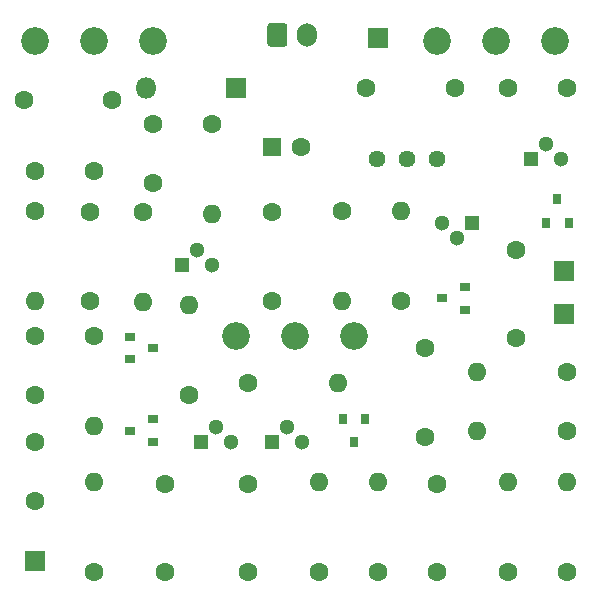
<source format=gbr>
%TF.GenerationSoftware,KiCad,Pcbnew,(5.1.12)-1*%
%TF.CreationDate,2022-03-07T16:55:28+01:00*%
%TF.ProjectId,BSIAB,42534941-422e-46b6-9963-61645f706362,rev?*%
%TF.SameCoordinates,Original*%
%TF.FileFunction,Soldermask,Top*%
%TF.FilePolarity,Negative*%
%FSLAX46Y46*%
G04 Gerber Fmt 4.6, Leading zero omitted, Abs format (unit mm)*
G04 Created by KiCad (PCBNEW (5.1.12)-1) date 2022-03-07 16:55:28*
%MOMM*%
%LPD*%
G01*
G04 APERTURE LIST*
%ADD10C,2.340000*%
%ADD11C,1.600000*%
%ADD12R,1.800000X1.800000*%
%ADD13O,1.800000X1.800000*%
%ADD14R,0.900000X0.800000*%
%ADD15R,0.800000X0.900000*%
%ADD16C,1.300000*%
%ADD17R,1.300000X1.300000*%
%ADD18O,1.600000X1.600000*%
%ADD19C,1.440000*%
%ADD20R,1.600000X1.600000*%
%ADD21O,1.700000X2.000000*%
%ADD22R,1.700000X1.700000*%
G04 APERTURE END LIST*
D10*
%TO.C,GAIN1*%
X113000000Y-103000000D03*
X108000000Y-103000000D03*
X103000000Y-103000000D03*
%TD*%
D11*
%TO.C,C1*%
X143700000Y-120700000D03*
X143700000Y-128200000D03*
%TD*%
D12*
%TO.C,D1*%
X120000000Y-107000000D03*
D13*
X112380000Y-107000000D03*
%TD*%
D10*
%TO.C,LEVEL1*%
X147000000Y-103000000D03*
X142000000Y-103000000D03*
X137000000Y-103000000D03*
%TD*%
D14*
%TO.C,Q1*%
X111000000Y-128050000D03*
X111000000Y-129950000D03*
X113000000Y-129000000D03*
%TD*%
D15*
%TO.C,Q2*%
X130950000Y-135000000D03*
X129050000Y-135000000D03*
X130000000Y-137000000D03*
%TD*%
%TO.C,Q3*%
X146250000Y-118400000D03*
X148150000Y-118400000D03*
X147200000Y-116400000D03*
%TD*%
D14*
%TO.C,Q4*%
X111000000Y-136000000D03*
X113000000Y-135050000D03*
X113000000Y-136950000D03*
%TD*%
%TO.C,Q5*%
X139400000Y-125750000D03*
X139400000Y-123850000D03*
X137400000Y-124800000D03*
%TD*%
D16*
%TO.C,Q6*%
X116730000Y-120730000D03*
X118000000Y-122000000D03*
D17*
X115460000Y-122000000D03*
%TD*%
%TO.C,Q7*%
X117000000Y-137000000D03*
D16*
X119540000Y-137000000D03*
X118270000Y-135730000D03*
%TD*%
%TO.C,Q8*%
X124270000Y-135730000D03*
X125540000Y-137000000D03*
D17*
X123000000Y-137000000D03*
%TD*%
%TO.C,Q9*%
X140000000Y-118400000D03*
D16*
X137460000Y-118400000D03*
X138730000Y-119670000D03*
%TD*%
%TO.C,Q10*%
X146270000Y-111730000D03*
X147540000Y-113000000D03*
D17*
X145000000Y-113000000D03*
%TD*%
D11*
%TO.C,R1*%
X116000000Y-133000000D03*
D18*
X116000000Y-125380000D03*
%TD*%
%TO.C,R2*%
X134000000Y-117380000D03*
D11*
X134000000Y-125000000D03*
%TD*%
D18*
%TO.C,R3*%
X132000000Y-140380000D03*
D11*
X132000000Y-148000000D03*
%TD*%
D18*
%TO.C,R4*%
X112100000Y-125120000D03*
D11*
X112100000Y-117500000D03*
%TD*%
%TO.C,R5*%
X118000000Y-110000000D03*
D18*
X118000000Y-117620000D03*
%TD*%
%TO.C,R6*%
X129000000Y-125020000D03*
D11*
X129000000Y-117400000D03*
%TD*%
%TO.C,R7*%
X143000000Y-148000000D03*
D18*
X143000000Y-140380000D03*
%TD*%
%TO.C,R8*%
X128620000Y-132000000D03*
D11*
X121000000Y-132000000D03*
%TD*%
%TO.C,R9*%
X108000000Y-128000000D03*
D18*
X108000000Y-135620000D03*
%TD*%
D11*
%TO.C,R10*%
X103000000Y-117380000D03*
D18*
X103000000Y-125000000D03*
%TD*%
%TO.C,R11*%
X148000000Y-140380000D03*
D11*
X148000000Y-148000000D03*
%TD*%
D18*
%TO.C,R12*%
X140380000Y-136000000D03*
D11*
X148000000Y-136000000D03*
%TD*%
%TO.C,R13*%
X148000000Y-131000000D03*
D18*
X140380000Y-131000000D03*
%TD*%
D11*
%TO.C,R14*%
X108000000Y-148000000D03*
D18*
X108000000Y-140380000D03*
%TD*%
D11*
%TO.C,R15*%
X127000000Y-148000000D03*
D18*
X127000000Y-140380000D03*
%TD*%
D10*
%TO.C,TONE1*%
X130000000Y-128000000D03*
X125000000Y-128000000D03*
X120000000Y-128000000D03*
%TD*%
D19*
%TO.C,TRIM1*%
X137000000Y-113000000D03*
X134460000Y-113000000D03*
X131920000Y-113000000D03*
%TD*%
D20*
%TO.C,C2*%
X123000000Y-112000000D03*
D11*
X125500000Y-112000000D03*
%TD*%
%TO.C,C7*%
X103000000Y-133000000D03*
X103000000Y-128000000D03*
%TD*%
%TO.C,C9*%
X108000000Y-114000000D03*
X103000000Y-114000000D03*
%TD*%
%TO.C,C10*%
X103000000Y-142000000D03*
X103000000Y-137000000D03*
%TD*%
%TO.C,C12*%
X113000000Y-115000000D03*
X113000000Y-110000000D03*
%TD*%
%TO.C,C13*%
X143000000Y-107000000D03*
X148000000Y-107000000D03*
%TD*%
%TO.C,C3*%
X131000000Y-107000000D03*
X138500000Y-107000000D03*
%TD*%
%TO.C,C4*%
X123000000Y-125000000D03*
X123000000Y-117500000D03*
%TD*%
%TO.C,C5*%
X137000000Y-148000000D03*
X137000000Y-140500000D03*
%TD*%
%TO.C,C6*%
X107600000Y-117500000D03*
X107600000Y-125000000D03*
%TD*%
%TO.C,C8*%
X136000000Y-136500000D03*
X136000000Y-129000000D03*
%TD*%
%TO.C,C11*%
X109500000Y-108000000D03*
X102000000Y-108000000D03*
%TD*%
%TO.C,C3A1*%
X114000000Y-148000000D03*
X114000000Y-140500000D03*
%TD*%
%TO.C,C3B1*%
X121000000Y-140500000D03*
X121000000Y-148000000D03*
%TD*%
%TO.C,PWR1*%
G36*
G01*
X122650000Y-103250000D02*
X122650000Y-101750000D01*
G75*
G02*
X122900000Y-101500000I250000J0D01*
G01*
X124100000Y-101500000D01*
G75*
G02*
X124350000Y-101750000I0J-250000D01*
G01*
X124350000Y-103250000D01*
G75*
G02*
X124100000Y-103500000I-250000J0D01*
G01*
X122900000Y-103500000D01*
G75*
G02*
X122650000Y-103250000I0J250000D01*
G01*
G37*
D21*
X126000000Y-102500000D03*
%TD*%
D22*
%TO.C,BIAS1*%
X132000000Y-102800000D03*
%TD*%
%TO.C,GND1*%
X147800000Y-126150000D03*
%TD*%
%TO.C,IN1*%
X103000000Y-147000000D03*
%TD*%
%TO.C,OUT1*%
X147800000Y-122500000D03*
%TD*%
M02*

</source>
